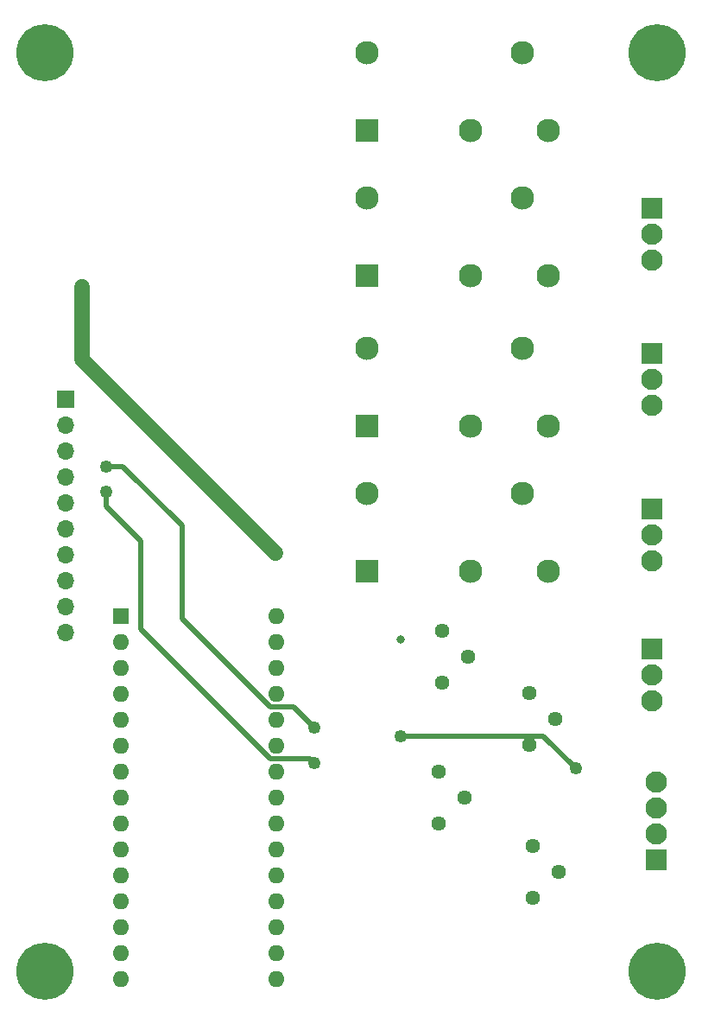
<source format=gbr>
%TF.GenerationSoftware,KiCad,Pcbnew,(6.0.4)*%
%TF.CreationDate,2023-07-24T12:17:23-04:00*%
%TF.ProjectId,BREAD_Slice,42524541-445f-4536-9c69-63652e6b6963,rev?*%
%TF.SameCoordinates,Original*%
%TF.FileFunction,Copper,L1,Top*%
%TF.FilePolarity,Positive*%
%FSLAX46Y46*%
G04 Gerber Fmt 4.6, Leading zero omitted, Abs format (unit mm)*
G04 Created by KiCad (PCBNEW (6.0.4)) date 2023-07-24 12:17:23*
%MOMM*%
%LPD*%
G01*
G04 APERTURE LIST*
%TA.AperFunction,ComponentPad*%
%ADD10C,5.600000*%
%TD*%
%TA.AperFunction,ComponentPad*%
%ADD11R,1.600000X1.600000*%
%TD*%
%TA.AperFunction,ComponentPad*%
%ADD12O,1.600000X1.600000*%
%TD*%
%TA.AperFunction,ComponentPad*%
%ADD13R,1.700000X1.700000*%
%TD*%
%TA.AperFunction,ComponentPad*%
%ADD14O,1.700000X1.700000*%
%TD*%
%TA.AperFunction,ComponentPad*%
%ADD15R,2.100000X2.100000*%
%TD*%
%TA.AperFunction,ComponentPad*%
%ADD16C,2.100000*%
%TD*%
%TA.AperFunction,ComponentPad*%
%ADD17R,2.300000X2.300000*%
%TD*%
%TA.AperFunction,ComponentPad*%
%ADD18C,2.300000*%
%TD*%
%TA.AperFunction,ComponentPad*%
%ADD19C,1.440000*%
%TD*%
%TA.AperFunction,ViaPad*%
%ADD20C,1.250000*%
%TD*%
%TA.AperFunction,ViaPad*%
%ADD21C,0.800000*%
%TD*%
%TA.AperFunction,Conductor*%
%ADD22C,0.500000*%
%TD*%
%TA.AperFunction,Conductor*%
%ADD23C,1.500000*%
%TD*%
G04 APERTURE END LIST*
D10*
%TO.P,H1,1*%
%TO.N,N/C*%
X127600000Y-44800000D03*
%TD*%
%TO.P,H2,1*%
%TO.N,N/C*%
X187600000Y-44800000D03*
%TD*%
%TO.P,H3,1*%
%TO.N,N/C*%
X127600000Y-134800000D03*
%TD*%
%TO.P,H4,1*%
%TO.N,N/C*%
X187600000Y-134800000D03*
%TD*%
D11*
%TO.P,A1,1,D1/TX*%
%TO.N,unconnected-(A1-Pad1)*%
X135000000Y-100000000D03*
D12*
%TO.P,A1,2,D0/RX*%
%TO.N,unconnected-(A1-Pad2)*%
X135000000Y-102540000D03*
%TO.P,A1,3,~{RESET}*%
%TO.N,unconnected-(A1-Pad3)*%
X135000000Y-105080000D03*
%TO.P,A1,4,GND*%
%TO.N,GND*%
X135000000Y-107620000D03*
%TO.P,A1,5,D2*%
%TO.N,/E_STOP*%
X135000000Y-110160000D03*
%TO.P,A1,6,D3*%
%TO.N,/INT*%
X135000000Y-112700000D03*
%TO.P,A1,7,D4*%
%TO.N,/SYNC*%
X135000000Y-115240000D03*
%TO.P,A1,8,D5*%
%TO.N,unconnected-(A1-Pad8)*%
X135000000Y-117780000D03*
%TO.P,A1,9,D6*%
%TO.N,/SW1*%
X135000000Y-120320000D03*
%TO.P,A1,10,D7*%
%TO.N,unconnected-(A1-Pad10)*%
X135000000Y-122860000D03*
%TO.P,A1,11,D8*%
%TO.N,unconnected-(A1-Pad11)*%
X135000000Y-125400000D03*
%TO.P,A1,12,D9*%
%TO.N,/SW2*%
X135000000Y-127940000D03*
%TO.P,A1,13,D10*%
%TO.N,/SW3*%
X135000000Y-130480000D03*
%TO.P,A1,14,D11*%
%TO.N,/SW4*%
X135000000Y-133020000D03*
%TO.P,A1,15,D12*%
%TO.N,unconnected-(A1-Pad15)*%
X135000000Y-135560000D03*
%TO.P,A1,16,D13*%
%TO.N,unconnected-(A1-Pad16)*%
X150240000Y-135560000D03*
%TO.P,A1,17,3V3*%
%TO.N,unconnected-(A1-Pad17)*%
X150240000Y-133020000D03*
%TO.P,A1,18,AREF*%
%TO.N,unconnected-(A1-Pad18)*%
X150240000Y-130480000D03*
%TO.P,A1,19,A0*%
%TO.N,/A_IN1*%
X150240000Y-127940000D03*
%TO.P,A1,20,A1*%
%TO.N,/A_IN2*%
X150240000Y-125400000D03*
%TO.P,A1,21,A2*%
%TO.N,/A_IN3*%
X150240000Y-122860000D03*
%TO.P,A1,22,A3*%
%TO.N,/A_IN4*%
X150240000Y-120320000D03*
%TO.P,A1,23,A4*%
%TO.N,/I2C_DAT*%
X150240000Y-117780000D03*
%TO.P,A1,24,A5*%
%TO.N,/I2C_CLK*%
X150240000Y-115240000D03*
%TO.P,A1,25,A6*%
%TO.N,unconnected-(A1-Pad25)*%
X150240000Y-112700000D03*
%TO.P,A1,26,A7*%
%TO.N,unconnected-(A1-Pad26)*%
X150240000Y-110160000D03*
%TO.P,A1,27,+5V*%
%TO.N,+5V*%
X150240000Y-107620000D03*
%TO.P,A1,28,~{RESET}*%
%TO.N,unconnected-(A1-Pad28)*%
X150240000Y-105080000D03*
%TO.P,A1,29,GND*%
%TO.N,GND*%
X150240000Y-102540000D03*
%TO.P,A1,30,VIN*%
%TO.N,+12V*%
X150240000Y-100000000D03*
%TD*%
D13*
%TO.P,J1,1,Pin_1*%
%TO.N,GND*%
X129600000Y-78800000D03*
D14*
%TO.P,J1,2,Pin_2*%
%TO.N,+12V*%
X129600000Y-81340000D03*
%TO.P,J1,3,Pin_3*%
%TO.N,/I2C_CLK*%
X129600000Y-83880000D03*
%TO.P,J1,4,Pin_4*%
%TO.N,/I2C_DAT*%
X129600000Y-86420000D03*
%TO.P,J1,5,Pin_5*%
%TO.N,GND*%
X129600000Y-88960000D03*
%TO.P,J1,6,Pin_6*%
%TO.N,/E_STOP*%
X129600000Y-91500000D03*
%TO.P,J1,7,Pin_7*%
%TO.N,/INT*%
X129600000Y-94040000D03*
%TO.P,J1,8,Pin_8*%
%TO.N,/SYNC*%
X129600000Y-96580000D03*
%TO.P,J1,9,Pin_9*%
%TO.N,+12V*%
X129600000Y-99120000D03*
%TO.P,J1,10,Pin_10*%
%TO.N,GND*%
X129600000Y-101660000D03*
%TD*%
D15*
%TO.P,J2,1,Pin_1*%
%TO.N,Net-(J2-Pad1)*%
X187116000Y-60044000D03*
D16*
%TO.P,J2,2,Pin_2*%
%TO.N,Net-(J2-Pad2)*%
X187116000Y-62584000D03*
%TO.P,J2,3,Pin_3*%
%TO.N,Net-(J2-Pad3)*%
X187116000Y-65124000D03*
%TD*%
D15*
%TO.P,J3,1,Pin_1*%
%TO.N,Net-(J3-Pad1)*%
X187116000Y-89508000D03*
D16*
%TO.P,J3,2,Pin_2*%
%TO.N,Net-(J3-Pad2)*%
X187116000Y-92048000D03*
%TO.P,J3,3,Pin_3*%
%TO.N,Net-(J3-Pad3)*%
X187116000Y-94588000D03*
%TD*%
D15*
%TO.P,J4,1,Pin_1*%
%TO.N,Net-(J4-Pad1)*%
X187116000Y-74268000D03*
D16*
%TO.P,J4,2,Pin_2*%
%TO.N,Net-(J4-Pad2)*%
X187116000Y-76808000D03*
%TO.P,J4,3,Pin_3*%
%TO.N,Net-(J4-Pad3)*%
X187116000Y-79348000D03*
%TD*%
D15*
%TO.P,J5,1,Pin_1*%
%TO.N,Net-(J5-Pad1)*%
X187116000Y-103224000D03*
D16*
%TO.P,J5,2,Pin_2*%
%TO.N,Net-(J5-Pad2)*%
X187116000Y-105764000D03*
%TO.P,J5,3,Pin_3*%
%TO.N,Net-(J5-Pad3)*%
X187116000Y-108304000D03*
%TD*%
D15*
%TO.P,J6,1,Pin_1*%
%TO.N,/F_1*%
X187497000Y-123925000D03*
D16*
%TO.P,J6,2,Pin_2*%
%TO.N,/F_2*%
X187497000Y-121385000D03*
%TO.P,J6,3,Pin_3*%
%TO.N,/F_3*%
X187497000Y-118845000D03*
%TO.P,J6,4,Pin_4*%
%TO.N,/F_4*%
X187497000Y-116305000D03*
%TD*%
D17*
%TO.P,K1,1*%
%TO.N,Net-(D1-Pad2)*%
X159176000Y-52424000D03*
D18*
%TO.P,K1,2*%
%TO.N,Net-(J2-Pad3)*%
X169336000Y-52424000D03*
%TO.P,K1,3*%
%TO.N,Net-(J2-Pad2)*%
X176956000Y-52424000D03*
%TO.P,K1,4*%
%TO.N,Net-(J2-Pad1)*%
X174416000Y-44804000D03*
%TO.P,K1,5*%
%TO.N,+5V*%
X159176000Y-44804000D03*
%TD*%
D17*
%TO.P,K2,1*%
%TO.N,Net-(D3-Pad2)*%
X159176000Y-66648000D03*
D18*
%TO.P,K2,2*%
%TO.N,Net-(J4-Pad3)*%
X169336000Y-66648000D03*
%TO.P,K2,3*%
%TO.N,Net-(J4-Pad2)*%
X176956000Y-66648000D03*
%TO.P,K2,4*%
%TO.N,Net-(J4-Pad1)*%
X174416000Y-59028000D03*
%TO.P,K2,5*%
%TO.N,+5V*%
X159176000Y-59028000D03*
%TD*%
D17*
%TO.P,K3,1*%
%TO.N,Net-(D2-Pad2)*%
X159176000Y-81380000D03*
D18*
%TO.P,K3,2*%
%TO.N,Net-(J3-Pad3)*%
X169336000Y-81380000D03*
%TO.P,K3,3*%
%TO.N,Net-(J3-Pad2)*%
X176956000Y-81380000D03*
%TO.P,K3,4*%
%TO.N,Net-(J3-Pad1)*%
X174416000Y-73760000D03*
%TO.P,K3,5*%
%TO.N,+5V*%
X159176000Y-73760000D03*
%TD*%
D17*
%TO.P,K4,1*%
%TO.N,Net-(D4-Pad2)*%
X159176000Y-95604000D03*
D18*
%TO.P,K4,2*%
%TO.N,Net-(J5-Pad3)*%
X169336000Y-95604000D03*
%TO.P,K4,3*%
%TO.N,Net-(J5-Pad2)*%
X176956000Y-95604000D03*
%TO.P,K4,4*%
%TO.N,Net-(J5-Pad1)*%
X174416000Y-87984000D03*
%TO.P,K4,5*%
%TO.N,+5V*%
X159176000Y-87984000D03*
%TD*%
D19*
%TO.P,RV1,1,1*%
%TO.N,/F_1*%
X175432000Y-122528000D03*
%TO.P,RV1,2,2*%
%TO.N,/A_IN1*%
X177972000Y-125068000D03*
%TO.P,RV1,3,3*%
%TO.N,GND*%
X175432000Y-127608000D03*
%TD*%
%TO.P,RV2,1,1*%
%TO.N,/F_2*%
X166161000Y-115289000D03*
%TO.P,RV2,2,2*%
%TO.N,/A_IN2*%
X168701000Y-117829000D03*
%TO.P,RV2,3,3*%
%TO.N,GND*%
X166161000Y-120369000D03*
%TD*%
%TO.P,RV3,1,1*%
%TO.N,/F_3*%
X175051000Y-107542000D03*
%TO.P,RV3,2,2*%
%TO.N,/A_IN3*%
X177591000Y-110082000D03*
%TO.P,RV3,3,3*%
%TO.N,GND*%
X175051000Y-112622000D03*
%TD*%
%TO.P,RV4,1,1*%
%TO.N,/F_4*%
X166542000Y-101446000D03*
%TO.P,RV4,2,2*%
%TO.N,/A_IN4*%
X169082000Y-103986000D03*
%TO.P,RV4,3,3*%
%TO.N,GND*%
X166542000Y-106526000D03*
%TD*%
D20*
%TO.N,GND*%
X162414500Y-111796500D03*
D21*
X162478000Y-102335000D03*
D20*
X179623000Y-114971500D03*
%TO.N,/I2C_CLK*%
X133550000Y-85350000D03*
X153969000Y-110971000D03*
%TO.N,/I2C_DAT*%
X133550000Y-87800000D03*
X153969000Y-114400000D03*
%TO.N,+12V*%
X150159000Y-93826000D03*
X131236000Y-67791000D03*
%TD*%
D22*
%TO.N,GND*%
X176448000Y-111796500D02*
X162414500Y-111796500D01*
X179623000Y-114971500D02*
X176448000Y-111796500D01*
%TO.N,/I2C_CLK*%
X151907999Y-108909999D02*
X153969000Y-110971000D01*
X141015000Y-100245002D02*
X149679997Y-108909999D01*
X149679997Y-108909999D02*
X151907999Y-108909999D01*
X135206000Y-85350000D02*
X141015000Y-91159000D01*
X141015000Y-91159000D02*
X141015000Y-100245002D01*
X133550000Y-85350000D02*
X135206000Y-85350000D01*
%TO.N,/I2C_DAT*%
X133550000Y-87800000D02*
X133550000Y-89282000D01*
X136951000Y-92683000D02*
X136951000Y-101261002D01*
X136951000Y-101261002D02*
X149679997Y-113989999D01*
X149679997Y-113989999D02*
X153558999Y-113989999D01*
X153558999Y-113989999D02*
X153969000Y-114400000D01*
X133550000Y-89282000D02*
X136951000Y-92683000D01*
D23*
%TO.N,+12V*%
X131236000Y-67791000D02*
X131236000Y-74903000D01*
X131236000Y-74903000D02*
X150159000Y-93826000D01*
%TD*%
M02*

</source>
